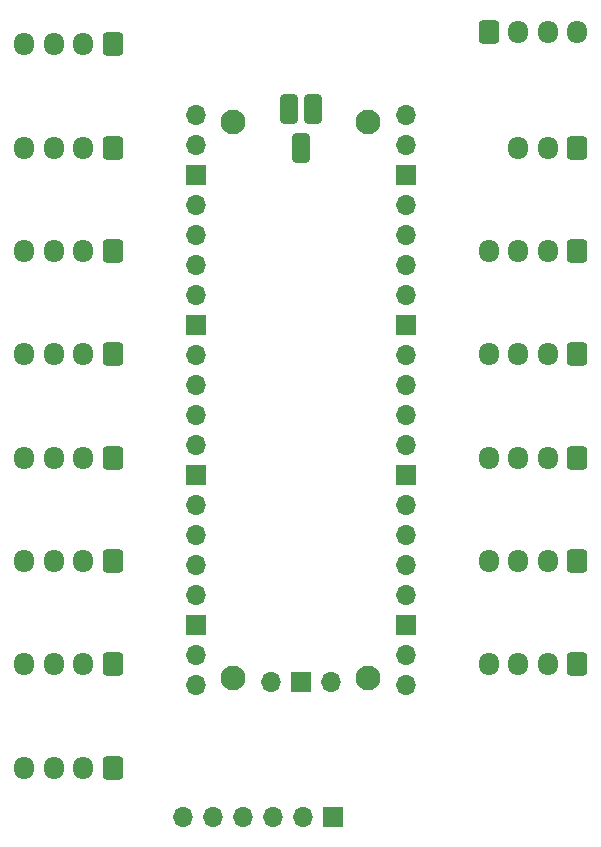
<source format=gbr>
%TF.GenerationSoftware,KiCad,Pcbnew,8.0.2*%
%TF.CreationDate,2024-06-10T12:56:44+08:00*%
%TF.ProjectId,pi_pico_shield,70695f70-6963-46f5-9f73-6869656c642e,rev?*%
%TF.SameCoordinates,Original*%
%TF.FileFunction,Soldermask,Bot*%
%TF.FilePolarity,Negative*%
%FSLAX46Y46*%
G04 Gerber Fmt 4.6, Leading zero omitted, Abs format (unit mm)*
G04 Created by KiCad (PCBNEW 8.0.2) date 2024-06-10 12:56:44*
%MOMM*%
%LPD*%
G01*
G04 APERTURE LIST*
G04 Aperture macros list*
%AMRoundRect*
0 Rectangle with rounded corners*
0 $1 Rounding radius*
0 $2 $3 $4 $5 $6 $7 $8 $9 X,Y pos of 4 corners*
0 Add a 4 corners polygon primitive as box body*
4,1,4,$2,$3,$4,$5,$6,$7,$8,$9,$2,$3,0*
0 Add four circle primitives for the rounded corners*
1,1,$1+$1,$2,$3*
1,1,$1+$1,$4,$5*
1,1,$1+$1,$6,$7*
1,1,$1+$1,$8,$9*
0 Add four rect primitives between the rounded corners*
20,1,$1+$1,$2,$3,$4,$5,0*
20,1,$1+$1,$4,$5,$6,$7,0*
20,1,$1+$1,$6,$7,$8,$9,0*
20,1,$1+$1,$8,$9,$2,$3,0*%
G04 Aperture macros list end*
%ADD10RoundRect,0.250000X0.600000X0.725000X-0.600000X0.725000X-0.600000X-0.725000X0.600000X-0.725000X0*%
%ADD11O,1.700000X1.950000*%
%ADD12RoundRect,0.250000X-0.600000X-0.725000X0.600000X-0.725000X0.600000X0.725000X-0.600000X0.725000X0*%
%ADD13R,1.700000X1.700000*%
%ADD14O,1.700000X1.700000*%
%ADD15C,2.100000*%
%ADD16RoundRect,0.300000X-0.450000X-0.950000X0.450000X-0.950000X0.450000X0.950000X-0.450000X0.950000X0*%
G04 APERTURE END LIST*
D10*
%TO.C,BT-7*%
X67514500Y-78502300D03*
D11*
X65014500Y-78502300D03*
X62514500Y-78502300D03*
X60014500Y-78502300D03*
%TD*%
D12*
%TO.C,USB1*%
X60014500Y-24952000D03*
D11*
X62514500Y-24952000D03*
X65014500Y-24952000D03*
X67514500Y-24952000D03*
%TD*%
D10*
%TO.C,LED1*%
X67514500Y-34752310D03*
D11*
X65014500Y-34752310D03*
X62514500Y-34752310D03*
%TD*%
D10*
%TO.C,BT-9*%
X67514500Y-61002300D03*
D11*
X65014500Y-61002300D03*
X62514500Y-61002300D03*
X60014500Y-61002300D03*
%TD*%
D13*
%TO.C,DEBUG*%
X46840000Y-91400000D03*
D14*
X44300000Y-91400000D03*
X41760000Y-91400000D03*
X39220000Y-91400000D03*
X36680000Y-91400000D03*
X34140000Y-91400000D03*
%TD*%
D10*
%TO.C,BT-5*%
X28205500Y-78503250D03*
D11*
X25705500Y-78503250D03*
X23205500Y-78503250D03*
X20705500Y-78503250D03*
%TD*%
D10*
%TO.C,BT-1*%
X28205500Y-43503350D03*
D11*
X25705500Y-43503350D03*
X23205500Y-43503350D03*
X20705500Y-43503350D03*
%TD*%
D10*
%TO.C,BT-10*%
X67514500Y-52252300D03*
D11*
X65014500Y-52252300D03*
X62514500Y-52252300D03*
X60014500Y-52252300D03*
%TD*%
D10*
%TO.C,AXIS-X*%
X28205500Y-26003300D03*
D11*
X25705500Y-26003300D03*
X23205500Y-26003300D03*
X20705500Y-26003300D03*
%TD*%
D10*
%TO.C,BT-4*%
X28205500Y-69753250D03*
D11*
X25705500Y-69753250D03*
X23205500Y-69753250D03*
X20705500Y-69753250D03*
%TD*%
D10*
%TO.C,BT-6*%
X28205500Y-87253350D03*
D11*
X25705500Y-87253350D03*
X23205500Y-87253350D03*
X20705500Y-87253350D03*
%TD*%
D10*
%TO.C,AXIS-Y*%
X28205500Y-34753300D03*
D11*
X25705500Y-34753300D03*
X23205500Y-34753300D03*
X20705500Y-34753300D03*
%TD*%
D10*
%TO.C,BT-2*%
X28205500Y-52253120D03*
D11*
X25705500Y-52253120D03*
X23205500Y-52253120D03*
X20705500Y-52253120D03*
%TD*%
D15*
%TO.C,U1*%
X38410000Y-32610000D03*
X38410000Y-79610000D03*
X49810000Y-32610000D03*
X49810000Y-79610000D03*
D14*
X35220000Y-31980000D03*
X35220000Y-34520000D03*
D13*
X35220000Y-37060000D03*
D14*
X35220000Y-39600000D03*
X35220000Y-42140000D03*
X35220000Y-44680000D03*
X35220000Y-47220000D03*
D13*
X35220000Y-49760000D03*
D14*
X35220000Y-52300000D03*
X35220000Y-54840000D03*
X35220000Y-57380000D03*
X35220000Y-59920000D03*
D13*
X35220000Y-62460000D03*
D14*
X35220000Y-65000000D03*
X35220000Y-67540000D03*
X35220000Y-70080000D03*
X35220000Y-72620000D03*
D13*
X35220000Y-75160000D03*
D14*
X35220000Y-77700000D03*
X35220000Y-80240000D03*
X53000000Y-80240000D03*
X53000000Y-77700000D03*
D13*
X53000000Y-75160000D03*
D14*
X53000000Y-72620000D03*
X53000000Y-70080000D03*
X53000000Y-67540000D03*
X53000000Y-65000000D03*
D13*
X53000000Y-62460000D03*
D14*
X53000000Y-59920000D03*
X53000000Y-57380000D03*
X53000000Y-54840000D03*
X53000000Y-52300000D03*
D13*
X53000000Y-49760000D03*
D14*
X53000000Y-47220000D03*
X53000000Y-44680000D03*
X53000000Y-42140000D03*
X53000000Y-39600000D03*
D13*
X53000000Y-37060000D03*
D14*
X53000000Y-34520000D03*
X53000000Y-31980000D03*
X41570000Y-80010000D03*
D13*
X44110000Y-80010000D03*
D14*
X46650000Y-80010000D03*
D16*
X44110000Y-34740000D03*
X45110000Y-31460000D03*
X43110000Y-31440000D03*
%TD*%
D10*
%TO.C,BT-3*%
X28205500Y-61003350D03*
D11*
X25705500Y-61003350D03*
X23205500Y-61003350D03*
X20705500Y-61003350D03*
%TD*%
D10*
%TO.C,BT-8*%
X67514500Y-69752300D03*
D11*
X65014500Y-69752300D03*
X62514500Y-69752300D03*
X60014500Y-69752300D03*
%TD*%
D10*
%TO.C,BT-11*%
X67514500Y-43502300D03*
D11*
X65014500Y-43502300D03*
X62514500Y-43502300D03*
X60014500Y-43502300D03*
%TD*%
M02*

</source>
